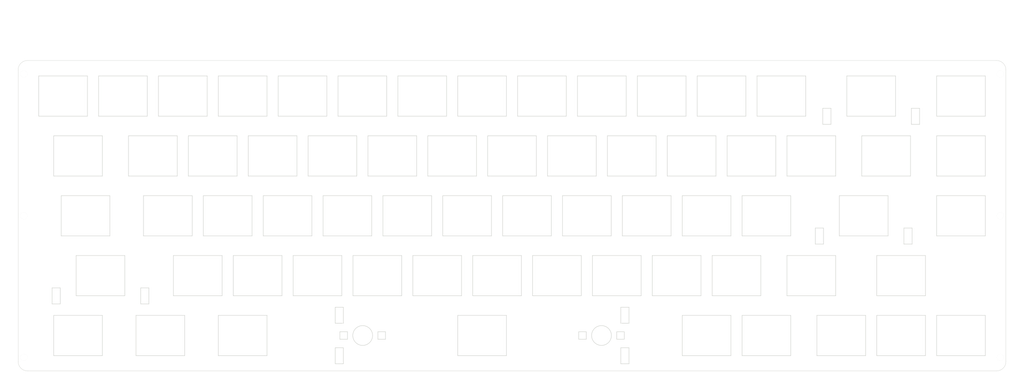
<source format=kicad_pcb>
(kicad_pcb (version 20211014) (generator pcbnew)
  (layers (0 "F.Cu" signal) (31 "B.Cu" signal) (34 "B.Paste" user) (35 "F.Paste" user) (36 "B.SilkS" user "B.Silkscreen") (37 "F.SilkS" user "F.Silkscreen") (38 "B.Mask" user) (39 "F.Mask" user) (44 "Edge.Cuts" user))
  (net 0 "")
  (footprint "new_footprint:SW_Hole_ALPS_1u" (layer "F.Cu") (at 57.15 47.625)
    (fp_text reference "SW7" hide)
    (fp_text value "SW_PUSH" hide)
    (fp_line (start -7.75 -6.4) (end 7.75 -6.4) (layer "Edge.Cuts") (width 0.15))
    (fp_line (start 7.75 6.4) (end -7.75 6.4) (layer "Edge.Cuts") (width 0.15))
    (fp_line (start 7.75 -6.4) (end 7.75 6.4) (layer "Edge.Cuts") (width 0.15))
    (fp_line (start -7.75 6.4) (end -7.75 -6.4) (layer "Edge.Cuts") (width 0.15))
  )
  (footprint "new_footprint:SW_Hole_ALPS_1.25u" (layer "F.Cu") (at 59.53125 104.775)
    (fp_text reference "SW10" hide)
    (fp_text value "SW_PUSH" hide)
    (fp_line (start 7.75 6.4) (end -7.75 6.4) (layer "Edge.Cuts") (width 0.15))
    (fp_line (start 7.75 -6.4) (end 7.75 6.4) (layer "Edge.Cuts") (width 0.15))
    (fp_line (start -7.75 -6.4) (end 7.75 -6.4) (layer "Edge.Cuts") (width 0.15))
    (fp_line (start -7.75 6.4) (end -7.75 -6.4) (layer "Edge.Cuts") (width 0.15))
  )
  (footprint "new_footprint:SW_Hole_ALPS_1.5u" (layer "F.Cu") (at 85.725 104.775)
    (fp_text reference "SW15" hide)
    (fp_text value "SW_PUSH" hide)
    (fp_line (start 7.75 -6.4) (end 7.75 6.4) (layer "Edge.Cuts") (width 0.15))
    (fp_line (start 7.75 6.4) (end -7.75 6.4) (layer "Edge.Cuts") (width 0.15))
    (fp_line (start -7.75 -6.4) (end 7.75 -6.4) (layer "Edge.Cuts") (width 0.15))
    (fp_line (start -7.75 6.4) (end -7.75 -6.4) (layer "Edge.Cuts") (width 0.15))
  )
  (footprint "new_footprint:SW_Hole_ALPS_1u" (layer "F.Cu") (at 47.625 28.575)
    (fp_text reference "SW6" hide)
    (fp_text value "SW_PUSH" hide)
    (fp_line (start -7.75 6.4) (end -7.75 -6.4) (layer "Edge.Cuts") (width 0.15))
    (fp_line (start -7.75 -6.4) (end 7.75 -6.4) (layer "Edge.Cuts") (width 0.15))
    (fp_line (start 7.75 6.4) (end -7.75 6.4) (layer "Edge.Cuts") (width 0.15))
    (fp_line (start 7.75 -6.4) (end 7.75 6.4) (layer "Edge.Cuts") (width 0.15))
  )
  (footprint "new_footprint:SW_Hole_ALPS_1.75u" (layer "F.Cu") (at 35.71875 66.675)
    (fp_text reference "SW3" hide)
    (fp_text value "SW_PUSH" hide)
    (fp_line (start 7.75 -6.4) (end 7.75 6.4) (layer "Edge.Cuts") (width 0.15))
    (fp_line (start 7.75 6.4) (end -7.75 6.4) (layer "Edge.Cuts") (width 0.15))
    (fp_line (start -7.75 6.4) (end -7.75 -6.4) (layer "Edge.Cuts") (width 0.15))
    (fp_line (start -7.75 -6.4) (end 7.75 -6.4) (layer "Edge.Cuts") (width 0.15))
  )
  (footprint "new_footprint:SW_Hole_ALPS_1.5u" (layer "F.Cu") (at 33.3375 104.775)
    (fp_text reference "SW5" hide)
    (fp_text value "SW_PUSH" hide)
    (fp_line (start 7.75 6.4) (end -7.75 6.4) (layer "Edge.Cuts") (width 0.15))
    (fp_line (start -7.75 6.4) (end -7.75 -6.4) (layer "Edge.Cuts") (width 0.15))
    (fp_line (start 7.75 -6.4) (end 7.75 6.4) (layer "Edge.Cuts") (width 0.15))
    (fp_line (start -7.75 -6.4) (end 7.75 -6.4) (layer "Edge.Cuts") (width 0.15))
  )
  (footprint "new_footprint:SW_Hole_ALPS_1u" (layer "F.Cu") (at 28.575 28.575)
    (fp_text reference "SW1" hide)
    (fp_text value "SW_PUSH" hide)
    (fp_line (start 7.75 -6.4) (end 7.75 6.4) (layer "Edge.Cuts") (width 0.15))
    (fp_line (start 7.75 6.4) (end -7.75 6.4) (layer "Edge.Cuts") (width 0.15))
    (fp_line (start -7.75 6.4) (end -7.75 -6.4) (layer "Edge.Cuts") (width 0.15))
    (fp_line (start -7.75 -6.4) (end 7.75 -6.4) (layer "Edge.Cuts") (width 0.15))
  )
  (footprint "new_footprint:SW_Hole_ALPS_1.5u" (layer "F.Cu") (at 33.3375 47.625)
    (fp_text reference "SW2" hide)
    (fp_text value "KEY_SWITCH" hide)
    (fp_line (start -7.75 6.4) (end -7.75 -6.4) (layer "Edge.Cuts") (width 0.15))
    (fp_line (start 7.75 -6.4) (end 7.75 6.4) (layer "Edge.Cuts") (width 0.15))
    (fp_line (start 7.75 6.4) (end -7.75 6.4) (layer "Edge.Cuts") (width 0.15))
    (fp_line (start -7.75 -6.4) (end 7.75 -6.4) (layer "Edge.Cuts") (width 0.15))
  )
  (footprint "new_footprint:SW_Hole_ALPS_2.25u" (layer "F.Cu") (at 40.48125 85.725)
    (fp_text reference "SW4" hide)
    (fp_text value "KEY_SWITCH" hide)
    (fp_line (start 15.4 3.9) (end 12.8 3.9) (layer "Edge.Cuts") (width 0.15))
    (fp_line (start 7.75 6.4) (end 7.75 -6.4) (layer "Edge.Cuts") (width 0.15))
    (fp_line (start -7.75 -6.4) (end -7.75 6.4) (layer "Edge.Cuts") (width 0.15))
    (fp_line (start 12.8 9) (end 15.4 9) (layer "Edge.Cuts") (width 0.15))
    (fp_line (start -15.4 3.9) (end -12.8 3.9) (layer "Edge.Cuts") (width 0.15))
    (fp_line (start -12.8 9) (end -15.4 9) (layer "Edge.Cuts") (width 0.15))
    (fp_line (start -12.8 3.9) (end -12.8 9) (layer "Edge.Cuts") (width 0.15))
    (fp_line (start 12.8 3.9) (end 12.8 9) (layer "Edge.Cuts") (width 0.15))
    (fp_line (start -15.4 9) (end -15.4 3.9) (layer "Edge.Cuts") (width 0.15))
    (fp_line (start 7.75 -6.4) (end -7.75 -6.4) (layer "Edge.Cuts") (width 0.15))
    (fp_line (start 15.4 9) (end 15.4 3.9) (layer "Edge.Cuts") (width 0.15))
    (fp_line (start -7.75 6.4) (end 7.75 6.4) (layer "Edge.Cuts") (width 0.15))
  )
  (footprint "new_footprint:SW_Hole_ALPS_1u" (layer "F.Cu") (at 71.4375 85.725)
    (fp_text reference "SW9" hide)
    (fp_text value "SW_PUSH" hide)
    (fp_line (start -7.75 -6.4) (end 7.75 -6.4) (layer "Edge.Cuts") (width 0.15))
    (fp_line (start -7.75 6.4) (end -7.75 -6.4) (layer "Edge.Cuts") (width 0.15))
    (fp_line (start 7.75 -6.4) (end 7.75 6.4) (layer "Edge.Cuts") (width 0.15))
    (fp_line (start 7.75 6.4) (end -7.75 6.4) (layer "Edge.Cuts") (width 0.15))
  )
  (footprint "new_footprint:SW_Hole_ALPS_1u" (layer "F.Cu") (at 61.9125 66.675)
    (fp_text reference "SW8" hide)
    (fp_text value "SW_PUSH" hide)
    (fp_line (start -7.75 6.4) (end -7.75 -6.4) (layer "Edge.Cuts") (width 0.15))
    (fp_line (start 7.75 -6.4) (end 7.75 6.4) (layer "Edge.Cuts") (width 0.15))
    (fp_line (start 7.75 6.4) (end -7.75 6.4) (layer "Edge.Cuts") (width 0.15))
    (fp_line (start -7.75 -6.4) (end 7.75 -6.4) (layer "Edge.Cuts") (width 0.15))
  )
  (footprint "new_footprint:SW_Hole_ALPS_1u" (layer "F.Cu") (at 76.2 47.625)
    (fp_text reference "SW12" hide)
    (fp_text value "SW_PUSH" hide)
    (fp_line (start 7.75 -6.4) (end 7.75 6.4) (layer "Edge.Cuts") (width 0.15))
    (fp_line (start 7.75 6.4) (end -7.75 6.4) (layer "Edge.Cuts") (width 0.15))
    (fp_line (start -7.75 -6.4) (end 7.75 -6.4) (layer "Edge.Cuts") (width 0.15))
    (fp_line (start -7.75 6.4) (end -7.75 -6.4) (layer "Edge.Cuts") (width 0.15))
  )
  (footprint "new_footprint:SW_Hole_ALPS_1u" (layer "F.Cu") (at 66.675 28.575)
    (fp_text reference "SW11" hide)
    (fp_text value "SW_PUSH" hide)
    (fp_line (start 7.75 6.4) (end -7.75 6.4) (layer "Edge.Cuts") (width 0.15))
    (fp_line (start 7.75 -6.4) (end 7.75 6.4) (layer "Edge.Cuts") (width 0.15))
    (fp_line (start -7.75 -6.4) (end 7.75 -6.4) (layer "Edge.Cuts") (width 0.15))
    (fp_line (start -7.75 6.4) (end -7.75 -6.4) (layer "Edge.Cuts") (width 0.15))
  )
  (footprint "new_footprint:SW_Hole_ALPS_1u" (layer "F.Cu") (at 80.9625 66.675)
    (fp_text reference "SW13" hide)
    (fp_text value "SW_PUSH" hide)
    (fp_line (start 7.75 6.4) (end -7.75 6.4) (layer "Edge.Cuts") (width 0.15))
    (fp_line (start -7.75 -6.4) (end 7.75 -6.4) (layer "Edge.Cuts") (width 0.15))
    (fp_line (start -7.75 6.4) (end -7.75 -6.4) (layer "Edge.Cuts") (width 0.15))
    (fp_line (start 7.75 -6.4) (end 7.75 6.4) (layer "Edge.Cuts") (width 0.15))
  )
  (footprint "new_footprint:SW_Hole_ALPS_1u" (layer "F.Cu") (at 90.4875 85.725)
    (fp_text reference "SW14" hide)
    (fp_text value "SW_PUSH" hide)
    (fp_line (start -7.75 -6.4) (end 7.75 -6.4) (layer "Edge.Cuts") (width 0.15))
    (fp_line (start -7.75 6.4) (end -7.75 -6.4) (layer "Edge.Cuts") (width 0.15))
    (fp_line (start 7.75 -6.4) (end 7.75 6.4) (layer "Edge.Cuts") (width 0.15))
    (fp_line (start 7.75 6.4) (end -7.75 6.4) (layer "Edge.Cuts") (width 0.15))
  )
  (footprint "new_footprint:SW_Hole_ALPS_1u" (layer "F.Cu") (at 95.25 47.625)
    (fp_text reference "SW17" hide)
    (fp_text value "SW_PUSH" hide)
    (fp_line (start 7.75 6.4) (end -7.75 6.4) (layer "Edge.Cuts") (width 0.15))
    (fp_line (start 7.75 -6.4) (end 7.75 6.4) (layer "Edge.Cuts") (width 0.15))
    (fp_line (start -7.75 6.4) (end -7.75 -6.4) (layer "Edge.Cuts") (width 0.15))
    (fp_line (start -7.75 -6.4) (end 7.75 -6.4) (layer "Edge.Cuts") (width 0.15))
  )
  (footprint "new_footprint:SW_Hole_ALPS_1u" (layer "F.Cu") (at 109.5375 85.725)
    (fp_text reference "SW19" hide)
    (fp_text value "SW_PUSH" hide)
    (fp_line (start 7.75 6.4) (end -7.75 6.4) (layer "Edge.Cuts") (width 0.15))
    (fp_line (start -7.75 -6.4) (end 7.75 -6.4) (layer "Edge.Cuts") (width 0.15))
    (fp_line (start 7.75 -6.4) (end 7.75 6.4) (layer "Edge.Cuts") (width 0.15))
    (fp_line (start -7.75 6.4) (end -7.75 -6.4) (layer "Edge.Cuts") (width 0.15))
  )
  (footprint "new_footprint:SW_Hole_ALPS_1u" (layer "F.Cu") (at 85.725 28.575)
    (fp_text reference "SW16" hide)
    (fp_text value "SW_PUSH" hide)
    (fp_line (start -7.75 -6.4) (end 7.75 -6.4) (layer "Edge.Cuts") (width 0.15))
    (fp_line (start -7.75 6.4) (end -7.75 -6.4) (layer "Edge.Cuts") (width 0.15))
    (fp_line (start 7.75 6.4) (end -7.75 6.4) (layer "Edge.Cuts") (width 0.15))
    (fp_line (start 7.75 -6.4) (end 7.75 6.4) (layer "Edge.Cuts") (width 0.15))
  )
  (footprint "new_footprint:SW_Hole_ALPS_1u" (layer "F.Cu") (at 100.0125 66.675)
    (fp_text reference "SW18" hide)
    (fp_text value "SW_PUSH" hide)
    (fp_line (start -7.75 -6.4) (end 7.75 -6.4) (layer "Edge.Cuts") (width 0.15))
    (fp_line (start 7.75 6.4) (end -7.75 6.4) (layer "Edge.Cuts") (width 0.15))
    (fp_line (start 7.75 -6.4) (end 7.75 6.4) (layer "Edge.Cuts") (width 0.15))
    (fp_line (start -7.75 6.4) (end -7.75 -6.4) (layer "Edge.Cuts") (width 0.15))
  )
  (footprint "new_footprint:SW_Hole_ALPS_6.5u+STAB" (layer "F.Cu") (at 161.925 104.775 180)
    (fp_text reference "SW20" hide)
    (fp_text value "SW_PUSH" hide)
    (fp_line (start -33.15 1.2) (end -33.15 -1.2) (layer "Edge.Cuts") (width 0.15))
    (fp_line (start -45.25 1.2) (end -45.25 -1.2) (layer "Edge.Cuts") (width 0.15))
    (fp_line (start 46.75 9) (end 46.75 3.9) (layer "Edge.Cuts") (width 0.15))
    (fp_line (start -46.75 3.9) (end -44.15 3.9) (layer "Edge.Cuts") (width 0.15))
    (fp_line (start -30.75 -1.2) (end -30.75 1.2) (layer "Edge.Cuts") (width 0.15))
    (fp_line (start -44.15 3.9) (end -44.15 9) (layer "Edge.Cuts") (width 0.15))
    (fp_line (start -7.75 6.4) (end 7.75 6.4) (layer "Edge.Cuts") (width 0.15))
    (fp_line (start -30.75 1.2) (end -33.15 1.2) (layer "Edge.Cuts") (width 0.15))
    (fp_line (start -45.25 -1.2) (end -42.85 -1.2) (layer "Edge.Cuts") (width 0.15))
    (fp_line (start -33.15 -1.2) (end -30.75 -1.2) (layer "Edge.Cuts") (width 0.15))
    (fp_line (start 46.75 3.9) (end 44.15 3.9) (layer "Edge.Cuts") (width 0.15))
    (fp_line (start -7.75 -6.4) (end -7.75 6.4) (layer "Edge.Cuts") (width 0.15))
    (fp_line (start -44.15 9) (end -46.75 9) (layer "Edge.Cuts") (width 0.15))
    (fp_line (start -42.85 1.2) (end -45.25 1.2) (layer "Edge.Cuts") (width 0.15))
    (fp_line (start -46.75 9) (end -46.75 3.9) (layer "Edge.Cuts") (width 0.15))
    (fp_line (start -42.85 -1.2) (end -42.85 1.2) (layer "Edge.Cuts") (width 0.15))
    (fp_line (start 7.75 -6.4) (end -7.75 -6.4) (layer "Edge.Cuts") (width 0.15))
    (fp_line (start 7.75 6.4) (end 7.75 -6.4) (layer "Edge.Cuts") (width 0.15))
    (fp_line (start 44.15 3.9) (end 44.15 9) (layer "Edge.Cuts") (width 0.15))
    (fp_line (start 44.15 9) (end 46.75 9) (layer "Edge.Cuts") (width 0.15))
    (fp_circle (center -38 0) (end -34.85 0) (layer "Edge.Cuts") (width 0.15) (fill none))
  )
  (footprint "new_footprint:SW_Hole_ALPS_1u" (layer "F.Cu") (at 114.3 47.625)
    (fp_text reference "SW22" hide)
    (fp_text value "SW_PUSH" hide)
    (fp_line (start 7.75 -6.4) (end 7.75 6.4) (layer "Edge.Cuts") (width 0.15))
    (fp_line (start 7.75 6.4) (end -7.75 6.4) (layer "Edge.Cuts") (width 0.15))
    (fp_line (start -7.75 -6.4) (end 7.75 -6.4) (layer "Edge.Cuts") (width 0.15))
    (fp_line (start -7.75 6.4) (end -7.75 -6.4) (layer "Edge.Cuts") (width 0.15))
  )
  (footprint "new_footprint:SW_Hole_ALPS_1u" (layer "F.Cu") (at 104.775 28.575)
    (fp_text reference "SW21" hide)
    (fp_text value "SW_PUSH" hide)
    (fp_line (start 7.75 -6.4) (end 7.75 6.4) (layer "Edge.Cuts") (width 0.15))
    (fp_line (start 7.75 6.4) (end -7.75 6.4) (layer "Edge.Cuts") (width 0.15))
    (fp_line (start -7.75 6.4) (end -7.75 -6.4) (layer "Edge.Cuts") (width 0.15))
    (fp_line (start -7.75 -6.4) (end 7.75 -6.4) (layer "Edge.Cuts") (width 0.15))
  )
  (footprint "new_footprint:SW_Hole_ALPS_1u" (layer "F.Cu") (at 166.6875 85.725)
    (fp_text reference "SW32" hide)
    (fp_text value "SW_PUSH" hide)
    (fp_line (start -7.75 6.4) (end -7.75 -6.4) (layer "Edge.Cuts") (width 0.15))
    (fp_line (start -7.75 -6.4) (end 7.75 -6.4) (layer "Edge.Cuts") (width 0.15))
    (fp_line (start 7.75 -6.4) (end 7.75 6.4) (layer "Edge.Cuts") (width 0.15))
    (fp_line (start 7.75 6.4) (end -7.75 6.4) (layer "Edge.Cuts") (width 0.15))
  )
  (footprint "new_footprint:SW_Hole_ALPS_1u" (layer "F.Cu") (at 119.0625 66.675)
    (fp_text reference "SW23" hide)
    (fp_text value "SW_PUSH" hide)
    (fp_line (start -7.75 6.4) (end -7.75 -6.4) (layer "Edge.Cuts") (width 0.15))
    (fp_line (start 7.75 -6.4) (end 7.75 6.4) (layer "Edge.Cuts") (width 0.15))
    (fp_line (start -7.75 -6.4) (end 7.75 -6.4) (layer "Edge.Cuts") (width 0.15))
    (fp_line (start 7.75 6.4) (end -7.75 6.4) (layer "Edge.Cuts") (width 0.15))
  )
  (footprint "new_footprint:SW_Hole_ALPS_1u" (layer "F.Cu") (at 133.35 47.625)
    (fp_text reference "SW26" hide)
    (fp_text value "SW_PUSH" hide)
    (fp_line (start -7.75 6.4) (end -7.75 -6.4) (layer "Edge.Cuts") (width 0.15))
    (fp_line (start 7.75 -6.4) (end 7.75 6.4) (layer "Edge.Cuts") (width 0.15))
    (fp_line (start -7.75 -6.4) (end 7.75 -6.4) (layer "Edge.Cuts") (width 0.15))
    (fp_line (start 7.75 6.4) (end -7.75 6.4) (layer "Edge.Cuts") (width 0.15))
  )
  (footprint "new_footprint:SW_Hole_ALPS_1u" (layer "F.Cu") (at 147.6375 85.725)
    (fp_text reference "SW28" hide)
    (fp_text value "SW_PUSH" hide)
    (fp_line (start 7.75 6.4) (end -7.75 6.4) (layer "Edge.Cuts") (width 0.15))
    (fp_line (start -7.75 -6.4) (end 7.75 -6.4) (layer "Edge.Cuts") (width 0.15))
    (fp_line (start 7.75 -6.4) (end 7.75 6.4) (layer "Edge.Cuts") (width 0.15))
    (fp_line (start -7.75 6.4) (end -7.75 -6.4) (layer "Edge.Cuts") (width 0.15))
  )
  (footprint "new_footprint:SW_Hole_ALPS_1u" (layer "F.Cu") (at 152.4 47.625)
    (fp_text reference "SW30" hide)
    (fp_text value "SW_PUSH" hide)
    (fp_line (start -7.75 -6.4) (end 7.75 -6.4) (layer "Edge.Cuts") (width 0.15))
    (fp_line (start 7.75 -6.4) (end 7.75 6.4) (layer "Edge.Cuts") (width 0.15))
    (fp_line (start -7.75 6.4) (end -7.75 -6.4) (layer "Edge.Cuts") (width 0.15))
    (fp_line (start 7.75 6.4) (end -7.75 6.4) (layer "Edge.Cuts") (width 0.15))
  )
  (footprint "new_footprint:SW_Hole_ALPS_1u" (layer "F.Cu") (at 157.1625 66.675)
    (fp_text reference "SW31" hide)
    (fp_text value "SW_PUSH" hide)
    (fp_line (start 7.75 -6.4) (end 7.75 6.4) (layer "Edge.Cuts") (width 0.15))
    (fp_line (start -7.75 -6.4) (end 7.75 -6.4) (layer "Edge.Cuts") (width 0.15))
    (fp_line (start 7.75 6.4) (end -7.75 6.4) (layer "Edge.Cuts") (width 0.15))
    (fp_line (start -7.75 6.4) (end -7.75 -6.4) (layer "Edge.Cuts") (width 0.15))
  )
  (footprint "new_footprint:SW_Hole_ALPS_1u" (layer "F.Cu") (at 123.825 28.575)
    (fp_text reference "SW25" hide)
    (fp_text value "SW_PUSH" hide)
    (fp_line (start 7.75 -6.4) (end 7.75 6.4) (layer "Edge.Cuts") (width 0.15))
    (fp_line (start -7.75 -6.4) (end 7.75 -6.4) (layer "Edge.Cuts") (width 0.15))
    (fp_line (start -7.75 6.4) (end -7.75 -6.4) (layer "Edge.Cuts") (width 0.15))
    (fp_line (start 7.75 6.4) (end -7.75 6.4) (layer "Edge.Cuts") (width 0.15))
  )
  (footprint "new_footprint:SW_Hole_ALPS_1u" (layer "F.Cu") (at 128.5875 85.725)
    (fp_text reference "SW24" hide)
    (fp_text value "SW_PUSH" hide)
    (fp_line (start -7.75 -6.4) (end 7.75 -6.4) (layer "Edge.Cuts") (width 0.15))
    (fp_line (start 7.75 -6.4) (end 7.75 6.4) (layer "Edge.Cuts") (width 0.15))
    (fp_line (start 7.75 6.4) (end -7.75 6.4) (layer "Edge.Cuts") (width 0.15))
    (fp_line (start -7.75 6.4) (end -7.75 -6.4) (layer "Edge.Cuts") (width 0.15))
  )
  (footprint "new_footprint:SW_Hole_ALPS_1u" (layer "F.Cu") (at 138.1125 66.675)
    (fp_text reference "SW27" hide)
    (fp_text value "SW_PUSH" hide)
    (fp_line (start 7.75 -6.4) (end 7.75 6.4) (layer "Edge.Cuts") (width 0.15))
    (fp_line (start -7.75 -6.4) (end 7.75 -6.4) (layer "Edge.Cuts") (width 0.15))
    (fp_line (start -7.75 6.4) (end -7.75 -6.4) (layer "Edge.Cuts") (width 0.15))
    (fp_line (start 7.75 6.4) (end -7.75 6.4) (layer "Edge.Cuts") (width 0.15))
  )
  (footprint "new_footprint:SW_Hole_ALPS_1u" (layer "F.Cu") (at 142.875 28.575)
    (fp_text reference "SW29" hide)
    (fp_text value "SW_PUSH" hide)
    (fp_line (start 7.75 -6.4) (end 7.75 6.4) (layer "Edge.Cuts") (width 0.15))
    (fp_line (start 7.75 6.4) (end -7.75 6.4) (layer "Edge.Cuts") (width 0.15))
    (fp_line (start -7.75 6.4) (end -7.75 -6.4) (layer "Edge.Cuts") (width 0.15))
    (fp_line (start -7.75 -6.4) (end 7.75 -6.4) (layer "Edge.Cuts") (width 0.15))
  )
  (footprint "new_footprint:SW_Hole_ALPS_1u" (layer "F.Cu") (at 195.2625 66.675)
    (fp_text reference "SW39" hide)
    (fp_text value "SW_PUSH" hide)
    (fp_line (start 7.75 6.4) (end -7.75 6.4) (layer "Edge.Cuts") (width 0.15))
    (fp_line (start 7.75 -6.4) (end 7.75 6.4) (layer "Edge.Cuts") (width 0.15))
    (fp_line (start -7.75 6.4) (end -7.75 -6.4) (layer "Edge.Cuts") (width 0.15))
    (fp_line (start -7.75 -6.4) (end 7.75 -6.4) (layer "Edge.Cuts") (width 0.15))
  )
  (footprint "new_footprint:SW_Hole_ALPS_1u" (layer "F.Cu") (at 185.7375 85.725)
    (fp_text reference "SW36" hide)
    (fp_text value "SW_PUSH" hide)
    (fp_line (start -7.75 6.4) (end -7.75 -6.4) (layer "Edge.Cuts") (width 0.15))
    (fp_line (start 7.75 6.4) (end -7.75 6.4) (layer "Edge.Cuts") (width 0.15))
    (fp_line (start -7.75 -6.4) (end 7.75 -6.4) (layer "Edge.Cuts") (width 0.15))
    (fp_line (start 7.75 -6.4) (end 7.75 6.4) (layer "Edge.Cuts") (width 0.15))
  )
  (footprint "new_footprint:SW_Hole_ALPS_1u" (layer "F.Cu") (at 200.025 28.575)
    (fp_text reference "SW42" hide)
    (fp_text value "SW_PUSH" hide)
    (fp_line (start 7.75 6.4) (end -7.75 6.4) (layer "Edge.Cuts") (width 0.15))
    (fp_line (start -7.75 -6.4) (end 7.75 -6.4) (layer "Edge.Cuts") (width 0.15))
    (fp_line (start 7.75 -6.4) (end 7.75 6.4) (layer "Edge.Cuts") (width 0.15))
    (fp_line (start -7.75 6.4) (end -7.75 -6.4) (layer "Edge.Cuts") (width 0.15))
  )
  (footprint "new_footprint:SW_Hole_ALPS_1u" (layer "F.Cu") (at 209.55 47.625)
    (fp_text reference "SW43" hide)
    (fp_text value "SW_PUSH" hide)
    (fp_line (start 7.75 6.4) (end -7.75 6.4) (layer "Edge.Cuts") (width 0.15))
    (fp_line (start -7.75 -6.4) (end 7.75 -6.4) (layer "Edge.Cuts") (width 0.15))
    (fp_line (start -7.75 6.4) (end -7.75 -6.4) (layer "Edge.Cuts") (width 0.15))
    (fp_line (start 7.75 -6.4) (end 7.75 6.4) (layer "Edge.Cuts") (width 0.15))
  )
  (footprint "new_footprint:SW_Hole_ALPS_1u" (layer "F.Cu") (at 180.975 28.575)
    (fp_text reference "SW37" hide)
    (fp_text value "SW_PUSH" hide)
    (fp_line (start 7.75 -6.4) (end 7.75 6.4) (layer "Edge.Cuts") (width 0.15))
    (fp_line (start 7.75 6.4) (end -7.75 6.4) (layer "Edge.Cuts") (width 0.15))
    (fp_line (start -7.75 -6.4) (end 7.75 -6.4) (layer "Edge.Cuts") (width 0.15))
    (fp_line (start -7.75 6.4) (end -7.75 -6.4) (layer "Edge.Cuts") (width 0.15))
  )
  (footprint "new_footprint:SW_Hole_ALPS_1u" (layer "F.Cu") (at 176.2125 66.675)
    (fp_text reference "SW35" hide)
    (fp_text value "SW_PUSH" hide)
    (fp_line (start -7.75 6.4) (end -7.75 -6.4) (layer "Edge.Cuts") (width 0.15))
    (fp_line (start -7.75 -6.4) (end 7.75 -6.4) (layer "Edge.Cuts") (width 0.15))
    (fp_line (start 7.75 -6.4) (end 7.75 6.4) (layer "Edge.Cuts") (width 0.15))
    (fp_line (start 7.75 6.4) (end -7.75 6.4) (layer "Edge.Cuts") (width 0.15))
  )
  (footprint "new_footprint:SW_Hole_ALPS_1u" (layer "F.Cu") (at 223.8375 85.725)
    (fp_text reference "SW45" hide)
    (fp_text value "SW_PUSH" hide)
    (fp_line (start 7.75 6.4) (end -7.75 6.4) (layer "Edge.Cuts") (width 0.15))
    (fp_line (start 7.75 -6.4) (end 7.75 6.4) (layer "Edge.Cuts") (width 0.15))
    (fp_line (start -7.75 6.4) (end -7.75 -6.4) (layer "Edge.Cuts") (width 0.15))
    (fp_line (start -7.75 -6.4) (end 7.75 -6.4) (layer "Edge.Cuts") (width 0.15))
  )
  (footprint "new_footprint:SW_Hole_ALPS_1u" (layer "F.Cu") (at 161.925 28.575)
    (fp_text reference "SW33" hide)
    (fp_text value "SW_PUSH" hide)
    (fp_line (start -7.75 -6.4) (end 7.75 -6.4) (layer "Edge.Cuts") (width 0.15))
    (fp_line (start -7.75 6.4) (end -7.75 -6.4) (layer "Edge.Cuts") (width 0.15))
    (fp_line (start 7.75 -6.4) (end 7.75 6.4) (layer "Edge.Cuts") (width 0.15))
    (fp_line (start 7.75 6.4) (end -7.75 6.4) (layer "Edge.Cuts") (width 0.15))
  )
  (footprint "new_footprint:SW_Hole_ALPS_1u" (layer "F.Cu") (at 204.7875 85.725)
    (fp_text reference "SW40" hide)
    (fp_text value "SW_PUSH" hide)
    (fp_line (start 7.75 -6.4) (end 7.75 6.4) (layer "Edge.Cuts") (width 0.15))
    (fp_line (start 7.75 6.4) (end -7.75 6.4) (layer "Edge.Cuts") (width 0.15))
    (fp_line (start -7.75 6.4) (end -7.75 -6.4) (layer "Edge.Cuts") (width 0.15))
    (fp_line (start -7.75 -6.4) (end 7.75 -6.4) (layer "Edge.Cuts") (width 0.15))
  )
  (footprint "new_footprint:SW_Hole_ALPS_1u" (layer "F.Cu") (at 171.45 47.625)
    (fp_text reference "SW34" hide)
    (fp_text value "SW_PUSH" hide)
    (fp_line (start 7.75 -6.4) (end 7.75 6.4) (layer "Edge.Cuts") (width 0.15))
    (fp_line (start -7.75 -6.4) (end 7.75 -6.4) (layer "Edge.Cuts") (width 0.15))
    (fp_line (start 7.75 6.4) (end -7.75 6.4) (layer "Edge.Cuts") (width 0.15))
    (fp_line (start -7.75 6.4) (end -7.75 -6.4) (layer "Edge.Cuts") (width 0.15))
  )
  (footprint "new_footprint:SW_Hole_ALPS_1u" (layer "F.Cu") (at 214.3125 66.675)
    (fp_text reference "SW44" hide)
    (fp_text value "SW_PUSH" hide)
    (fp_line (start -7.75 6.4) (end -7.75 -6.4) (layer "Edge.Cuts") (width 0.15))
    (fp_line (start -7.75 -6.4) (end 7.75 -6.4) (layer "Edge.Cuts") (width 0.15))
    (fp_line (start 7.75 6.4) (end -7.75 6.4) (layer "Edge.Cuts") (width 0.15))
    (fp_line (start 7.75 -6.4) (end 7.75 6.4) (layer "Edge.Cuts") (width 0.15))
  )
  (footprint "new_footprint:SW_Hole_ALPS_1u" (layer "F.Cu") (at 190.5 47.625)
    (fp_text reference "SW38" hide)
    (fp_text value "SW_PUSH" hide)
    (fp_line (start -7.75 6.4) (end -7.75 -6.4) (layer "Edge.Cuts") (width 0.15))
    (fp_line (start 7.75 6.4) (end -7.75 6.4) (layer "Edge.Cuts") (width 0.15))
    (fp_line (start -7.75 -6.4) (end 7.75 -6.4) (layer "Edge.Cuts") (width 0.15))
    (fp_line (start 7.75 -6.4) (end 7.75 6.4) (layer "Edge.Cuts") (width 0.15))
  )
  (footprint "new_footprint:SW_Hole_ALPS_1.5u" (layer "F.Cu") (at 266.7 85.725)
    (fp_text reference "SW55" hide)
    (fp_text value "SW_PUSH" hide)
    (fp_line (start -7.75 -6.4) (end 7.75 -6.4) (layer "Edge.Cuts") (width 0.15))
    (fp_line (start 7.75 6.4) (end -7.75 6.4) (layer "Edge.Cuts") (width 0.15))
    (fp_line (start 7.75 -6.4) (end 7.75 6.4) (layer "Edge.Cuts") (width 0.15))
    (fp_line (start -7.75 6.4) (end -7.75 -6.4) (layer "Edge.Cuts") (width 0.15))
  )
  (footprint "new_footprint:SW_Hole_ALPS_1u" (layer "F.Cu") (at 238.125 28.575)
    (fp_text reference "SW52" hide)
    (fp_text value "SW_PUSH" hide)
    (fp_line (start 7.75 -6.4) (end 7.75 6.4) (layer "Edge.Cuts") (width 0.15))
    (fp_line (start -7.75 6.4) (end -7.75 -6.4) (layer "Edge.Cuts") (width 0.15))
    (fp_line (start -7.75 -6.4) (end 7.75 -6.4) (layer "Edge.Cuts") (width 0.15))
    (fp_line (start 7.75 6.4) (end -7.75 6.4) (layer "Edge.Cuts") (width 0.15))
  )
  (footprint "new_footprint:SW_Hole_ALPS_1u" (layer "F.Cu") (at 242.8875 85.725)
    (fp_text reference "SW50" hide)
    (fp_text value "SW_PUSH" hide)
    (fp_line (start 7.75 6.4) (end -7.75 6.4) (layer "Edge.Cuts") (width 0.15))
    (fp_line (start -7.75 -6.4) (end 7.75 -6.4) (layer "Edge.Cuts") (width 0.15))
    (fp_line (start 7.75 -6.4) (end 7.75 6.4) (layer "Edge.Cuts") (width 0.15))
    (fp_line (start -7.75 6.4) (end -7.75 -6.4) (layer "Edge.Cuts") (width 0.15))
  )
  (footprint "new_footprint:SW_Hole_ALPS_1u" (layer "F.Cu") (at 228.6 47.625)
    (fp_text reference "SW48" hide)
    (fp_text value "SW_PUSH" hide)
    (fp_line (start -7.75 -6.4) (end 7.75 -6.4) (layer "Edge.Cuts") (width 0.15))
    (fp_line (start 7.75 -6.4) (end 7.75 6.4) (layer "Edge.Cuts") (width 0.15))
    (fp_line (start 7.75 6.4) (end -7.75 6.4) (layer "Edge.Cuts") (width 0.15))
    (fp_line (start -7.75 6.4) (end -7.75 -6.4) (layer "Edge.Cuts") (width 0.15))
  )
  (footprint "new_footprint:SW_Hole_ALPS_1u" (layer "F.Cu") (at 233.3625 66.675)
    (fp_text reference "SW49" hide)
    (fp_text value "SW_PUSH" hide)
    (fp_line (start -7.75 -6.4) (end 7.75 -6.4) (layer "Edge.Cuts") (width 0.15))
    (fp_line (start 7.75 6.4) (end -7.75 6.4) (layer "Edge.Cuts") (width 0.15))
    (fp_line (start 7.75 -6.4) (end 7.75 6.4) (layer "Edge.Cuts") (width 0.15))
    (fp_line (start -7.75 6.4) (end -7.75 -6.4) (layer "Edge.Cuts") (width 0.15))
  )
  (footprint "new_footprint:SW_Hole_ALPS_2.25u" (layer "F.Cu") (at 283.36875 66.675)
    (fp_text reference "SW59" hide)
    (fp_text value "SW_PUSH" hide)
    (fp_line (start 15.4 3.9) (end 12.8 3.9) (layer "Edge.Cuts") (width 0.15))
    (fp_line (start 12.8 9) (end 15.4 9) (layer "Edge.Cuts") (width 0.15))
    (fp_line (start -15.4 9) (end -15.4 3.9) (layer "Edge.Cuts") (width 0.15))
    (fp_line (start -12.8 3.9) (end -12.8 9) (layer "Edge.Cuts") (width 0.15))
    (fp_line (start 15.4 9) (end 15.4 3.9) (layer "Edge.Cuts") (width 0.15))
    (fp_line (start -12.8 9) (end -15.4 9) (layer "Edge.Cuts") (width 0.15))
    (fp_line (start -7.75 6.4) (end 7.75 6.4) (layer "Edge.Cuts") (width 0.15))
    (fp_line (start 12.8 3.9) (end 12.8 9) (layer "Edge.Cuts") (width 0.15))
    (fp_line (start -7.75 -6.4) (end -7.75 6.4) (layer "Edge.Cuts") (width 0.15))
    (fp_line (start 7.75 -6.4) (end -7.75 -6.4) (layer "Edge.Cuts") (width 0.15))
    (fp_line (start 7.75 6.4) (end 7.75 -6.4) (layer "Edge.Cuts") (width 0.15))
    (fp_line (start -15.4 3.9) (end -12.8 3.9) (layer "Edge.Cuts") (width 0.15))
  )
  (footprint "new_footprint:SW_Hole_ALPS_1u" (layer "F.Cu") (at 247.65 47.625)
    (fp_text reference "SW53" hide)
    (fp_text value "SW_PUSH" hide)
    (fp_line (start -7.75 6.4) (end -7.75 -6.4) (layer "Edge.Cuts") (width 0.15))
    (fp_line (start 7.75 -6.4) (end 7.75 6.4) (layer "Edge.Cuts") (width 0.15))
    (fp_line (start -7.75 -6.4) (end 7.75 -6.4) (layer "Edge.Cuts") (width 0.15))
    (fp_line (start 7.75 6.4) (end -7.75 6.4) (layer "Edge.Cuts") (width 0.15))
  )
  (footprint "new_footprint:SW_Hole_ALPS_1u" (layer "F.Cu") (at 257.175 28.575)
    (fp_text reference "SW57" hide)
    (fp_text value "SW_PUSH" hide)
    (fp_line (start 7.75 -6.4) (end 7.75 6.4) (layer "Edge.Cuts") (width 0.15))
    (fp_line (start -7.75 6.4) (end -7.75 -6.4) (layer "Edge.Cuts") (width 0.15))
    (fp_line (start 7.75 6.4) (end -7.75 6.4) (layer "Edge.Cuts") (width 0.15))
    (fp_line (start -7.75 -6.4) (end 7.75 -6.4) (layer "Edge.Cuts") (width 0.15))
  )
  (footprint "new_footprint:SW_Hole_ALPS_1u" (layer "F.Cu") (at 219.075 28.575)
    (fp_text reference "SW47" hide)
    (fp_text value "SW_PUSH" hide)
    (fp_line (start -7.75 -6.4) (end 7.75 -6.4) (layer "Edge.Cuts") (width 0.15))
    (fp_line (start 7.75 6.4) (end -7.75 6.4) (layer "Edge.Cuts") (width 0.15))
    (fp_line (start 7.75 -6.4) (end 7.75 6.4) (layer "Edge.Cuts") (width 0.15))
    (fp_line (start -7.75 6.4) (end -7.75 -6.4) (layer "Edge.Cuts") (width 0.15))
  )
  (footprint "new_footprint:SW_Hole_ALPS_1u" (layer "F.Cu") (at 252.4125 66.675)
    (fp_text reference "SW54" hide)
    (fp_text value "SW_PUSH" hide)
    (fp_line (start 7.75 6.4) (end -7.75 6.4) (layer "Edge.Cuts") (width 0.15))
    (fp_line (start -7.75 6.4) (end -7.75 -6.4) (layer "Edge.Cuts") (width 0.15))
    (fp_line (start 7.75 -6.4) (end 7.75 6.4) (layer "Edge.Cuts") (width 0.15))
    (fp_line (start -7.75 -6.4) (end 7.75 -6.4) (layer "Edge.Cuts") (width 0.15))
  )
  (footprint "new_footprint:SW_Hole_ALPS_1u" (layer "F.Cu") (at 266.7 47.625)
    (fp_text reference "SW58" hide)
    (fp_text value "SW_PUSH" hide)
    (fp_line (start 7.75 -6.4) (end 7.75 6.4) (layer "Edge.Cuts") (width 0.15))
    (fp_line (start 7.75 6.4) (end -7.75 6.4) (layer "Edge.Cuts") (width 0.15))
    (fp_line (start -7.75 6.4) (end -7.75 -6.4) (layer "Edge.Cuts") (width 0.15))
    (fp_line (start -7.75 -6.4) (end 7.75 -6.4) (layer "Edge.Cuts") (width 0.15))
  )
  (footprint "new_footprint:SW_Hole_ALPS_1u" (layer "F.Cu") (at 314.325 28.575)
    (fp_text reference "SW64" hide)
    (fp_text value "SW_PUSH" hide)
    (fp_line (start -7.75 6.4) (end -7.75 -6.4) (layer "Edge.Cuts") (width 0.15))
    (fp_line (start 7.75 6.4) (end -7.75 6.4) (layer "Edge.Cuts") (width 0.15))
    (fp_line (start 7.75 -6.4) (end 7.75 6.4) (layer "Edge.Cuts") (width 0.15))
    (fp_line (start -7.75 -6.4) (end 7.75 -6.4) (layer "Edge.Cuts") (width 0.15))
  )
  (footprint "new_footprint:SW_Hole_ALPS_1u" (layer "F.Cu") (at 314.325 47.625)
    (fp_text reference "SW65" hide)
    (fp_text value "SW_PUSH" hide)
    (fp_line (start 7.75 -6.4) (end 7.75 6.4) (layer "Edge.Cuts") (width 0.15))
    (fp_line (start 7.75 6.4) (end -7.75 6.4) (layer "Edge.Cuts") (width 0.15))
    (fp_line (start -7.75 6.4) (end -7.75 -6.4) (layer "Edge.Cuts") (width 0.15))
    (fp_line (start -7.75 -6.4) (end 7.75 -6.4) (layer "Edge.Cuts") (width 0.15))
  )
  (footprint "new_footprint:SW_Hole_ALPS_1u" (layer "F.Cu") (at 314.325 66.675)
    (fp_text reference "SW66" hide)
    (fp_text value "SW_PUSH" hide)
    (fp_line (start -7.75 6.4) (end -7.75 -6.4) (layer "Edge.Cuts") (width 0.15))
    (fp_line (start 7.75 -6.4) (end 7.75 6.4) (layer "Edge.Cuts") (width 0.15))
    (fp_line (start -7.75 -6.4) (end 7.75 -6.4) (layer "Edge.Cuts") (width 0.15))
    (fp_line (start 7.75 6.4) (end -7.75 6.4) (layer "Edge.Cuts") (width 0.15))
  )
  (footprint "new_footprint:SW_Hole_ALPS_1u" (layer "F.Cu") (at 295.275 85.725)
    (fp_text reference "SW60" hide)
    (fp_text value "SW_PUSH" hide)
    (fp_line (start 7.75 -6.4) (end 7.75 6.4) (layer "Edge.Cuts") (width 0.15))
    (fp_line (start -7.75 -6.4) (end 7.75 -6.4) (layer "Edge.Cuts") (width 0.15))
    (fp_line (start -7.75 6.4) (end -7.75 -6.4) (layer "Edge.Cuts") (width 0.15))
    (fp_line (start 7.75 6.4) (end -7.75 6.4) (layer "Edge.Cuts") (width 0.15))
  )
  (footprint "new_footprint:SW_Hole_ALPS_2u" (layer "F.Cu") (at 285.75 28.575)
    (fp_text reference "SW62" hide)
    (fp_text value "SW_PUSH" hide)
    (fp_line (start -15.4 3.9) (end -12.8 3.9) (layer "Edge.Cuts") (width 0.15))
    (fp_line (start -12.8 3.9) (end -12.8 9) (layer "Edge.Cuts") (width 0.15))
    (fp_line (start -12.8 9) (end -15.4 9) (layer "Edge.Cuts") (width 0.15))
    (fp_line (start 7.75 -6.4) (end -7.75 -6.4) (layer "Edge.Cuts") (width 0.15))
    (fp_line (start 7.75 6.4) (end 7.75 -6.4) (layer "Edge.Cuts") (width 0.15))
    (fp_line (start 15.4 9) (end 15.4 3.9) (layer "Edge.Cuts") (width 0.15))
    (fp_line (start 12.8 3.9) (end 12.8 9) (layer "Edge.Cuts") (width 0.15))
    (fp_line (start 12.8 9) (end 15.4 9) (layer "Edge.Cuts") (width 0.15))
    (fp_line (start 15.4 3.9) (end 12.8 3.9) (layer "Edge.Cuts") (width 0.15))
    (fp_line (start -7.75 6.4) (end 7.75 6.4) (layer "Edge.Cuts") (width 0.15))
    (fp_line (start -15.4 9) (end -15.4 3.9) (layer "Edge.Cuts") (width 0.15))
    (fp_line (start -7.75 -6.4) (end -7.75 6.4) (layer "Edge.Cuts") (width 0.15))
  )
  (footprint "new_footprint:SW_Hole_ALPS_1u" (layer "F.Cu") (at 276.225 104.775)
    (fp_text reference "SW56" hide)
    (fp_text value "SW_PUSH" hide)
    (fp_line (start 7.75 -6.4) (end 7.75 6.4) (layer "Edge.Cuts") (width 0.15))
    (fp_line (start -7.75 -6.4) (end 7.75 -6.4) (layer "Edge.Cuts") (width 0.15))
    (fp_line (start -7.75 6.4) (end -7.75 -6.4) (layer "Edge.Cuts") (width 0.15))
    (fp_line (start 7.75 6.4) (end -7.75 6.4) (layer "Edge.Cuts") (width 0.15))
  )
  (footprint "new_footprint:SW_Hole_ALPS_1u" (layer "F.Cu") (at 314.325 104.775)
    (fp_text reference "SW67" hide)
    (fp_text value "SW_PUSH" hide)
    (fp_line (start -7.75 -6.4) (end 7.75 -6.4) (layer "Edge.Cuts") (width 0.15))
    (fp_line (start 7.75 6.4) (end -7.75 6.4) (layer "Edge.Cuts") (width 0.15))
    (fp_line (start 7.75 -6.4) (end 7.75 6.4) (layer "Edge.Cuts") (width 0.15))
    (fp_line (start -7.75 6.4) (end -7.75 -6.4) (layer "Edge.Cuts") (width 0.15))
  )
  (footprint "new_footprint:SW_Hole_ALPS_1u" (layer "F.Cu") (at 295.275 104.775)
    (fp_text reference "SW61" hide)
    (fp_text value "SW_PUSH" hide)
    (fp_line (start -7.75 6.4) (end -7.75 -6.4) (layer "Edge.Cuts") (width 0.15))
    (fp_line (start -7.75 -6.4) (end 7.75 -6.4) (layer "Edge.Cuts") (width 0.15))
    (fp_line (start 7.75 -6.4) (end 7.75 6.4) (layer "Edge.Cuts") (width 0.15))
    (fp_line (start 7.75 6.4) (end -7.75 6.4) (layer "Edge.Cuts") (width 0.15))
  )
  (footprint "new_footprint:SW_Hole_ALPS_6.5u+STAB" (layer "F.Cu") (at 161.925 104.775)
    (fp_text reference "SW41" hide)
    (fp_text value "SW_PUSH" hide)
    (fp_line (start -30.75 1.2) (end -33.15 1.2) (layer "Edge.Cuts") (width 0.15))
    (fp_line (start -44.15 9) (end -46.75 9) (layer "Edge.Cuts") (width 0.15))
    (fp_line (start 44.15 3.9) (end 44.15 9) (layer "Edge.Cuts") (width 0.15))
    (fp_line (start -46.75 3.9) (end -44.15 3.9) (layer "Edge.Cuts") (width 0.15))
    (fp_line (start -42.85 1.2) (end -45.25 1.2) (layer "Edge.Cuts") (width 0.15))
    (fp_line (start 46.75 9) (end 46.75 3.9) (layer "Edge.Cuts") (width 0.15))
    (fp_line (start -46.75 9) (end -46.75 3.9) (layer "Edge.Cuts") (width 0.15))
    (fp_line (start -45.25 1.2) (end -45.25 -1.2) (layer "Edge.Cuts") (width 0.15))
    (fp_line (start -45.25 -1.2) (end -42.85 -1.2) (layer "Edge.Cuts") (width 0.15))
    (fp_line (start -44.15 3.9) (end -44.15 9) (layer "Edge.Cuts") (width 0.15))
    (fp_line (start -33.15 -1.2) (end -30.75 -1.2) (layer "Edge.Cuts") (width 0.15))
    (fp_line (start 46.75 3.9) (end 44.15 3.9) (layer "Edge.Cuts") (width 0.15))
    (fp_line (start -42.85 -1.2) (end -42.85 1.2) (layer "Edge.Cuts") (width 0.15))
    (fp_line (start -33.15 1.2) (end -33.15 -1.2) (layer "Edge.Cuts") (width 0.15))
    (fp_line (start -30.75 -1.2) (end -30.75 1.2) (layer "Edge.Cuts") (width 0.15))
    (fp_line (start 44.15 9) (end 46.75 9) (layer "Edge.Cuts") (width 0.15))
    (fp_circle (center -38 0) (end -34.85 0) (layer "Edge.Cuts") (width 0.15) (fill none))
  )
  (footprint "new_footprint:SW_Hole_ALPS_1u" (layer "F.Cu") (at 233.3625 104.775)
    (fp_text reference "SW46" hide)
    (fp_text value "SW_PUSH" hide)
    (fp_line (start -7.75 6.4) (end -7.75 -6.4) (layer "Edge.Cuts") (width 0.15))
    (fp_line (start 7.75 6.4) (end -7.75 6.4) (layer "Edge.Cuts") (width 0.15))
    (fp_line (start -7.75 -6.4) (end 7.75 -6.4) (layer "Edge.Cuts") (width 0.15))
    (fp_line (start 7.75 -6.4) (end 7.75 6.4) (layer "Edge.Cuts") (width 0.15))
  )
  (footprint "kbd_Hole:m2_Screw_Hole_EdgeCuts" (layer "F.Cu") (at 16.075 21.55)
    (fp_text reference "J2" hide)
    (fp_text value "Conn_01x01" hide)
    (fp_circle (center 0 0) (end 1.1 0) (layer "Edge.Cuts") (width 0.01) (fill none))
  )
  (footprint "kbd_Hole:m2_Screw_Hole_EdgeCuts" (layer "F.Cu") (at 16.075 66.65)
    (fp_text reference "J3" hide)
    (fp_text value "Conn_01x01" hide)
    (fp_circle (center 0 0) (end 1.1 0) (layer "Edge.Cuts") (width 0.01) (fill none))
  )
  (footprint "kbd_Hole:m2_Screw_Hole_EdgeCuts" (layer "F.Cu") (at 16.075 111.75)
    (fp_text reference "J4" hide)
    (fp_text value "Conn_01x01" hide)
    (fp_circle (center 0 0) (end 1.1 0) (layer "Edge.Cuts") (width 0.01) (fill none))
  )
  (footprint "kbd_Hole:m2_Screw_Hole_EdgeCuts" (layer "F.Cu") (at 326.825 21.55)
    (fp_text reference "J5" hide)
    (fp_text value "Conn_01x01" hide)
    (fp_circle (center 0 0) (end 1.1 0) (layer "Edge.Cuts") (width 0.01) (fill none))
  )
  (footprint "kbd_Hole:m2_Screw_Hole_EdgeCuts" (layer "F.Cu") (at 326.825 66.65)
    (fp_text reference "J6" hide)
    (fp_text value "Conn_01x01" hide)
    (fp_circle (center 0 0) (end 1.1 0) (layer "Edge.Cuts") (width 0.01) (fill none))
  )
  (footprint "kbd_Hole:m2_Screw_Hole_EdgeCuts" (layer "F.Cu") (at 326.825 111.75)
    (fp_text reference "J7" hide)
    (fp_text value "Conn_01x01" hide)
    (fp_circle (center 0 0) (end 1.1 0) (layer "Edge.Cuts") (width 0.01) (fill none))
  )
  (footprint "kbd_Hole:m2_Screw_Hole_Fab" (layer "F.Cu") (at 11.075 13.05)
    (fp_text reference "J8" hide)
    (fp_text value "Conn_01x01" hide)
  )
  (footprint "kbd_Hole:m2_Screw_Hole_Fab" (layer "F.Cu") (at 11.075 66.65)
    (fp_text reference "J9" hide)
    (fp_text value "Conn_01x01" hide)
  )
  (footprint "kbd_Hole:m2_Screw_Hole_Fab" (layer "F.Cu") (at 11.075 120.25)
    (fp_text reference "J10" hide)
    (fp_text value "Conn_01x01" hide)
  )
  (footprint "kbd_Hole:m2_Screw_Hole_Fab" (layer "F.Cu") (at 108.575 13.05)
    (fp_text reference "J11" hide)
    (fp_text value "Conn_01x01" hide)
  )
  (footprint "kbd_Hole:m2_Screw_Hole_Fab" (layer "F.Cu") (at 234.325 13.05)
    (fp_text reference "J12" hide)
    (fp_text value "Conn_01x01" hide)
  )
  (footprint "kbd_Hole:m2_Screw_Hole_Fab" (layer "F.Cu") (at 108.575 120.25)
    (fp_text reference "J13" hide)
    (fp_text value "Conn_01x01" hide)
  )
  (footprint "kbd_Hole:m2_Screw_Hole_Fab" (layer "F.Cu") (at 234.325 120.25)
    (fp_text reference "J14" hide)
    (fp_text value "Conn_01x01" hide)
  )
  (footprint "kbd_Hole:m2_Screw_Hole_Fab" (layer "F.Cu") (at 331.825 13.05)
    (fp_text reference "J15" hide)
    (fp_text value "Conn_01x01" hide)
  )
  (footprint "kbd_Hole:m2_Screw_Hole_Fab" (layer "F.Cu") (at 331.825 66.65)
    (fp_text reference "J16" hide)
    (fp_text value "Conn_01x01" hide)
  )
  (footprint "kbd_Hole:m2_Screw_Hole_Fab" (layer "F.Cu") (at 331.825 120.25)
    (fp_text reference "J17" hide)
    (fp_text value "Conn_01x01" hide)
  )
  (footprint "new_footprint:SW_Hole_ALPS_1u" (layer "F.Cu") (at 252.4125 104.775)
    (fp_text reference "SW51" hide)
    (fp_text value "SW_PUSH" hide)
    (fp_line (start 7.75 -6.4) (end 7.75 6.4) (layer "Edge.Cuts") (width 0.15))
    (fp_line (start -7.75 6.4) (end -7.75 -6.4) (layer "Edge.Cuts") (width 0.15))
    (fp_line (start -7.75 -6.4) (end 7.75 -6.4) (layer "Edge.Cuts") (width 0.15))
    (fp_line (start 7.75 6.4) (end -7.75 6.4) (layer "Edge.Cuts") (width 0.15))
  )
  (footprint "new_footprint:SW_Hole_ALPS_1.5u" (layer "F.Cu") (at 290.5125 47.625)
    (fp_text reference "SW63" hide)
    (fp_text value "SW_PUSH" hide)
    (fp_line (start -7.75 6.4) (end -7.75 -6.4) (layer "Edge.Cuts") (width 0.15))
    (fp_line (start -7.75 -6.4) (end 7.75 -6.4) (layer "Edge.Cuts") (width 0.15))
    (fp_line (start 7.75 -6.4) (end 7.75 6.4) (layer "Edge.Cuts") (width 0.15))
    (fp_line (start 7.75 6.4) (end -7.75 6.4) (layer "Edge.Cuts") (width 0.15))
  )
  (gr_arc (start 325.625 17.25) (mid 327.74632 18.12868) (end 328.625 20.25) (layer "Edge.Cuts") (width 0.1))
  (gr_arc (start 14.275 20.25) (mid 15.15368 18.12868) (end 17.275 17.25) (layer "Edge.Cuts") (width 0.1))
  (gr_arc (start 17.275 116.05) (mid 15.15368 115.17132) (end 14.275 113.05) (layer "Edge.Cuts") (width 0.1))
  (gr_arc (start 328.625 113.05) (mid 327.74632 115.17132) (end 325.625 116.05) (layer "Edge.Cuts") (width 0.1))
  (gr_line (start 14.275 20.25) (end 14.275 113.05) (layer "Edge.Cuts") (width 0.1))
  (gr_line (start 17.275 116.05) (end 325.625 116.05) (layer "Edge.Cuts") (width 0.1))
  (gr_line (start 325.625 17.25) (end 17.275 17.25) (layer "Edge.Cuts") (width 0.1))
  (gr_line (start 328.625 113.05) (end 328.625 20.25) (layer "Edge.Cuts") (width 0.1))
)
</source>
